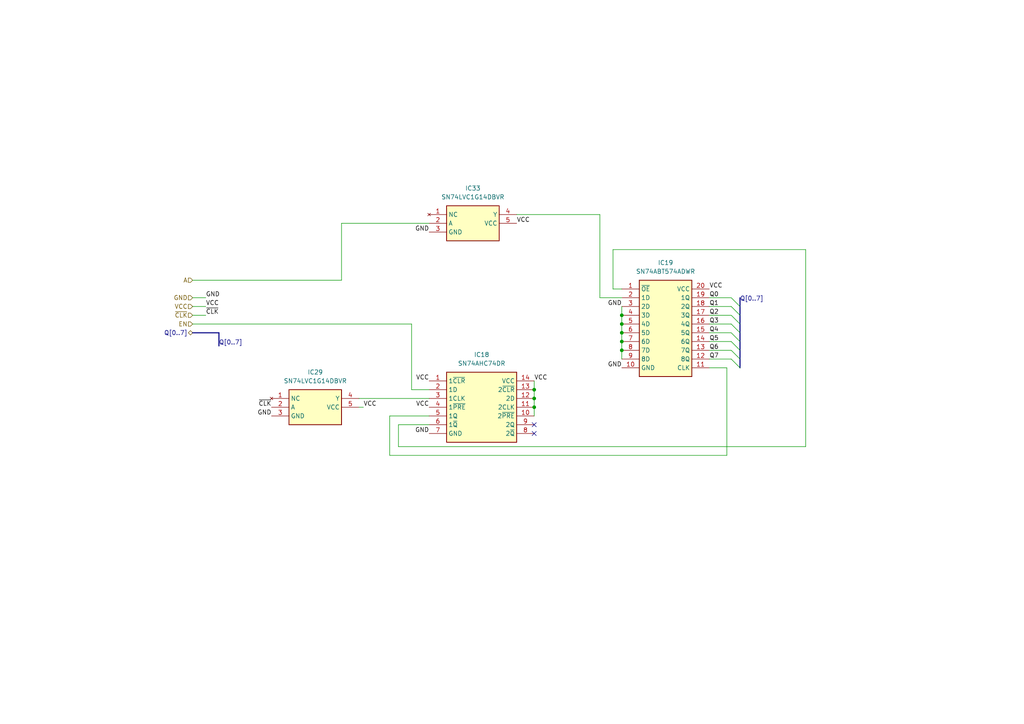
<source format=kicad_sch>
(kicad_sch (version 20250114) (generator "eeschema") (generator_version "9.0")
  (paper "A4")
  (lib_symbols
    (symbol "Samacsys:SN74ABT574ADWR"
      (property "Reference" "IC" (at 21.59 7.62 0))
      (property "Value" "SN74ABT574ADWR" (at 21.59 5.08 0))
      (symbol "SN74ABT574ADWR_1_1"
        (rectangle (start 5.08 2.54) (end 20.32 -25.4) (stroke (width 0.254)) (fill (type background)))
        (pin passive line (at 0 0 0) (length 5.08) (name "~{OE}") (number "1"))
        (pin passive line (at 0 -2.54 0) (length 5.08) (name "1D") (number "2"))
        (pin passive line (at 0 -5.08 0) (length 5.08) (name "2D") (number "3"))
        (pin passive line (at 0 -7.62 0) (length 5.08) (name "3D") (number "4"))
        (pin passive line (at 0 -10.16 0) (length 5.08) (name "4D") (number "5"))
        (pin passive line (at 0 -12.7 0) (length 5.08) (name "5D") (number "6"))
        (pin passive line (at 0 -15.24 0) (length 5.08) (name "6D") (number "7"))
        (pin passive line (at 0 -17.78 0) (length 5.08) (name "7D") (number "8"))
        (pin passive line (at 0 -20.32 0) (length 5.08) (name "8D") (number "9"))
        (pin passive line (at 0 -22.86 0) (length 5.08) (name "GND") (number "10"))
        (pin passive line (at 25.4 0 180) (length 5.08) (name "VCC") (number "20"))
        (pin passive line (at 25.4 -2.54 180) (length 5.08) (name "1Q") (number "19"))
        (pin passive line (at 25.4 -5.08 180) (length 5.08) (name "2Q") (number "18"))
        (pin passive line (at 25.4 -7.62 180) (length 5.08) (name "3Q") (number "17"))
        (pin passive line (at 25.4 -10.16 180) (length 5.08) (name "4Q") (number "16"))
        (pin passive line (at 25.4 -12.7 180) (length 5.08) (name "5Q") (number "15"))
        (pin passive line (at 25.4 -15.24 180) (length 5.08) (name "6Q") (number "14"))
        (pin passive line (at 25.4 -17.78 180) (length 5.08) (name "7Q") (number "13"))
        (pin passive line (at 25.4 -20.32 180) (length 5.08) (name "8Q") (number "12"))
        (pin passive line (at 25.4 -22.86 180) (length 5.08) (name "CLK") (number "11"))
      )
    )
    (symbol "Samacsys:SN74AHC74DR"
      (property "Reference" "IC" (at 26.67 7.62 0))
      (property "Value" "SN74AHC74DR" (at 26.67 5.08 0))
      (symbol "SN74AHC74DR_1_1"
        (rectangle (start 5.08 2.54) (end 25.4 -17.78) (stroke (width 0.254)) (fill (type background)))
        (pin passive line (at 0 0 0) (length 5.08) (name "1~{CLR}") (number "1"))
        (pin passive line (at 0 -2.54 0) (length 5.08) (name "1D") (number "2"))
        (pin passive line (at 0 -5.08 0) (length 5.08) (name "1CLK") (number "3"))
        (pin passive line (at 0 -7.62 0) (length 5.08) (name "1~{PRE}") (number "4"))
        (pin passive line (at 0 -10.16 0) (length 5.08) (name "1Q") (number "5"))
        (pin passive line (at 0 -12.7 0) (length 5.08) (name "1~{Q}") (number "6"))
        (pin passive line (at 0 -15.24 0) (length 5.08) (name "GND") (number "7"))
        (pin passive line (at 30.48 0 180) (length 5.08) (name "VCC") (number "14"))
        (pin passive line (at 30.48 -2.54 180) (length 5.08) (name "2~{CLR}") (number "13"))
        (pin passive line (at 30.48 -5.08 180) (length 5.08) (name "2D") (number "12"))
        (pin passive line (at 30.48 -7.62 180) (length 5.08) (name "2CLK") (number "11"))
        (pin passive line (at 30.48 -10.16 180) (length 5.08) (name "2~{PRE}") (number "10"))
        (pin passive line (at 30.48 -12.7 180) (length 5.08) (name "2Q") (number "9"))
        (pin passive line (at 30.48 -15.24 180) (length 5.08) (name "2~{Q}") (number "8"))
      )
    )
    (symbol "Samacsys:SN74LVC1G14DBVR"
      (property "Reference" "IC" (at 21.59 7.62 0))
      (property "Value" "SN74LVC1G14DBVR" (at 21.59 5.08 0))
      (symbol "SN74LVC1G14DBVR_1_1"
        (rectangle (start 5.08 2.54) (end 20.32 -7.62) (stroke (width 0.254)) (fill (type background)))
        (pin no_connect line (at 0 0 0) (length 5.08) (name "NC") (number "1"))
        (pin passive line (at 0 -2.54 0) (length 5.08) (name "A") (number "2"))
        (pin passive line (at 0 -5.08 0) (length 5.08) (name "GND") (number "3"))
        (pin passive line (at 25.4 0 180) (length 5.08) (name "Y") (number "4"))
        (pin passive line (at 25.4 -2.54 180) (length 5.08) (name "VCC") (number "5"))
      )
    )
  )
  (junction (at 180.34 91.44))
  (junction (at 180.34 96.52))
  (junction (at 154.94 115.57))
  (junction (at 154.94 118.11))
  (junction (at 154.94 113.03))
  (junction (at 180.34 99.06))
  (junction (at 180.34 101.6))
  (junction (at 180.34 93.98))
  (no_connect (at 154.94 125.73))
  (no_connect (at 154.94 123.19))
  (bus_entry (at 212.09 101.6) (size 2.54 2.54))
  (bus_entry (at 212.09 96.52) (size 2.54 2.54))
  (bus_entry (at 214.63 88.9) (size -2.54 -2.54))
  (bus_entry (at 214.63 96.52) (size -2.54 -2.54))
  (bus_entry (at 212.09 104.14) (size 2.54 2.54))
  (bus_entry (at 212.09 99.06) (size 2.54 2.54))
  (bus_entry (at 214.63 91.44) (size -2.54 -2.54))
  (bus_entry (at 214.63 93.98) (size -2.54 -2.54))
  (wire (pts (xy 180.34 96.52) (xy 180.34 99.06)))
  (wire (pts (xy 180.34 93.98) (xy 180.34 96.52)))
  (wire (pts (xy 104.14 118.11) (xy 105.41 118.11)))
  (wire (pts (xy 177.8 72.39) (xy 177.8 83.82)))
  (wire (pts (xy 154.94 110.49) (xy 154.94 113.03)))
  (wire (pts (xy 99.06 81.28) (xy 99.06 64.77)))
  (wire (pts (xy 113.03 132.08) (xy 210.82 132.08)))
  (wire (pts (xy 205.74 96.52) (xy 212.09 96.52)))
  (wire (pts (xy 205.74 91.44) (xy 212.09 91.44)))
  (wire (pts (xy 177.8 83.82) (xy 180.34 83.82)))
  (wire (pts (xy 119.38 113.03) (xy 124.46 113.03)))
  (wire (pts (xy 124.46 120.65) (xy 113.03 120.65)))
  (wire (pts (xy 173.99 86.36) (xy 180.34 86.36)))
  (wire (pts (xy 233.68 72.39) (xy 177.8 72.39)))
  (wire (pts (xy 205.74 104.14) (xy 212.09 104.14)))
  (bus (pts (xy 214.63 101.6) (xy 214.63 104.14)))
  (wire (pts (xy 205.74 101.6) (xy 212.09 101.6)))
  (bus (pts (xy 214.63 99.06) (xy 214.63 101.6)))
  (wire (pts (xy 154.94 115.57) (xy 154.94 118.11)))
  (bus (pts (xy 214.63 86.36) (xy 214.63 88.9)))
  (wire (pts (xy 205.74 93.98) (xy 212.09 93.98)))
  (wire (pts (xy 180.34 91.44) (xy 180.34 93.98)))
  (wire (pts (xy 124.46 123.19) (xy 115.57 123.19)))
  (wire (pts (xy 59.69 86.36) (xy 55.88 86.36)))
  (wire (pts (xy 119.38 93.98) (xy 119.38 113.03)))
  (bus (pts (xy 214.63 91.44) (xy 214.63 93.98)))
  (wire (pts (xy 104.14 115.57) (xy 124.46 115.57)))
  (wire (pts (xy 59.69 91.44) (xy 55.88 91.44)))
  (wire (pts (xy 59.69 88.9) (xy 55.88 88.9)))
  (wire (pts (xy 210.82 132.08) (xy 210.82 106.68)))
  (wire (pts (xy 154.94 118.11) (xy 154.94 120.65)))
  (bus (pts (xy 214.63 104.14) (xy 214.63 106.68)))
  (bus (pts (xy 214.63 88.9) (xy 214.63 91.44)))
  (wire (pts (xy 205.74 99.06) (xy 212.09 99.06)))
  (wire (pts (xy 205.74 88.9) (xy 212.09 88.9)))
  (wire (pts (xy 205.74 86.36) (xy 212.09 86.36)))
  (wire (pts (xy 113.03 120.65) (xy 113.03 132.08)))
  (bus (pts (xy 63.5 96.52) (xy 63.5 100.33)))
  (wire (pts (xy 154.94 113.03) (xy 154.94 115.57)))
  (wire (pts (xy 55.88 81.28) (xy 99.06 81.28)))
  (wire (pts (xy 115.57 123.19) (xy 115.57 129.54)))
  (bus (pts (xy 55.88 96.52) (xy 63.5 96.52)))
  (wire (pts (xy 173.99 62.23) (xy 173.99 86.36)))
  (bus (pts (xy 214.63 93.98) (xy 214.63 96.52)))
  (bus (pts (xy 214.63 96.52) (xy 214.63 99.06)))
  (wire (pts (xy 180.34 88.9) (xy 180.34 91.44)))
  (wire (pts (xy 180.34 99.06) (xy 180.34 101.6)))
  (wire (pts (xy 55.88 93.98) (xy 119.38 93.98)))
  (wire (pts (xy 233.68 72.39) (xy 233.68 129.54)))
  (wire (pts (xy 149.86 62.23) (xy 173.99 62.23)))
  (wire (pts (xy 115.57 129.54) (xy 233.68 129.54)))
  (wire (pts (xy 210.82 106.68) (xy 205.74 106.68)))
  (wire (pts (xy 180.34 101.6) (xy 180.34 104.14)))
  (wire (pts (xy 99.06 64.77) (xy 124.46 64.77)))
  (label "GND" (at 180.34 106.68 180))
  (label "VCC" (at 205.74 83.82 0))
  (label "Q2" (at 205.74 91.44 0))
  (label "VCC" (at 59.69 88.9 0))
  (label "VCC" (at 124.46 118.11 180))
  (label "VCC" (at 105.41 118.11 0))
  (label "Q[0..7]" (at 214.63 87.63 0))
  (label "GND" (at 124.46 67.31 180))
  (label "Q0" (at 205.74 86.36 0))
  (label "GND" (at 124.46 125.73 180))
  (label "VCC" (at 124.46 110.49 180))
  (label "GND" (at 180.34 88.9 180))
  (label "VCC" (at 149.86 64.77 0))
  (label "Q6" (at 205.74 101.6 0))
  (label "Q7" (at 205.74 104.14 0))
  (label "Q[0..7]" (at 63.5 100.33 0))
  (label "GND" (at 78.74 120.65 180))
  (label "Q4" (at 205.74 96.52 0))
  (label "Q5" (at 205.74 99.06 0))
  (label "Q3" (at 205.74 93.98 0))
  (label "Q1" (at 205.74 88.9 0))
  (label "~{CLK}" (at 59.69 91.44 0))
  (label "~{CLK}" (at 78.74 118.11 180))
  (label "VCC" (at 154.94 110.49 0))
  (label "GND" (at 59.69 86.36 0))
  (hierarchical_label "VCC" (shape input) (at 55.88 88.9 180))
  (hierarchical_label "GND" (shape input) (at 55.88 86.36 180))
  (hierarchical_label "EN" (shape input) (at 55.88 93.98 180))
  (hierarchical_label "A" (shape input) (at 55.88 81.28 180))
  (hierarchical_label "Q[0..7]" (shape tri_state) (at 55.88 96.52 180))
  (hierarchical_label "~{CLK}" (shape input) (at 55.88 91.44 180))
  (symbol (lib_id "Samacsys:SN74AHC74DR") (at 124.46 110.49 0) (unit 1)
    (property "Reference" "IC18" (at 139.7 102.87 0))
    (property "Value" "SN74AHC74DR" (at 139.7 105.41 0))
    (property "Footprint" "Samacsys:SOIC127P600X175-14N" (effects (hide yes)))
    (property "Datasheet" "http://www.ti.com/lit/gpn/sn74ahc74" (effects (hide yes)))
    (property "Description" "Dual Positive-Edge-Triggered D-Type Flip-Flops With Clear and Preset" (effects (hide yes)))
    (property "Height" "1.75" (effects (hide yes)))
    (property "Mouser Part Number" "595-SN74AHC74DR" (effects (hide yes)))
    (property "Mouser Price/Stock" "https://www.mouser.co.uk/ProductDetail/Texas-Instruments/SN74AHC74DR?qs=st7IWvlL5%2FgP9OJq63EsFQ%3D%3D" (effects (hide yes)))
    (property "Manufacturer_Name" "Texas Instruments" (effects (hide yes)))
    (property "Manufacturer_Part_Number" "SN74AHC74DR" (effects (hide yes)))
  )
  (symbol (lib_id "Samacsys:SN74LVC1G14DBVR") (at 124.46 62.23 0) (unit 1)
    (property "Reference" "IC33" (at 137.16 54.61 0))
    (property "Value" "SN74LVC1G14DBVR" (at 137.16 57.15 0))
    (property "Footprint" "Samacsys:SOT95P280X145-5N" (effects (hide yes)))
    (property "Datasheet" "https://datasheet.datasheetarchive.com/originals/distributors/Datasheets-DGA13/1136296.pdf" (effects (hide yes)))
    (property "Description" "TEXAS INSTRUMENTS - SN74LVC1G14DBVR - IC, SCHMITT TRIGGER INVERTER, SMD" (effects (hide yes)))
    (property "Height" "1.45" (effects (hide yes)))
    (property "Mouser Part Number" "595-SN74LVC1G14DBVR" (effects (hide yes)))
    (property "Mouser Price/Stock" "https://www.mouser.co.uk/ProductDetail/Texas-Instruments/SN74LVC1G14DBVR?qs=dT9u2OTAaVWRIgCrQFnxuQ%3D%3D" (effects (hide yes)))
    (property "Manufacturer_Name" "Texas Instruments" (effects (hide yes)))
    (property "Manufacturer_Part_Number" "SN74LVC1G14DBVR" (effects (hide yes)))
  )
  (symbol (lib_id "Samacsys:SN74ABT574ADWR") (at 180.34 83.82 0) (unit 1)
    (property "Reference" "IC19" (at 193.04 76.2 0))
    (property "Value" "SN74ABT574ADWR" (at 193.04 78.74 0))
    (property "Footprint" "Samacsys:SOIC127P1030X265-20N" (effects (hide yes)))
    (property "Datasheet" "http://www.ti.com/lit/gpn/sn74abt574a" (effects (hide yes)))
    (property "Description" "Texas Instruments SN74ABT574ADWR, D Type Bus Interface Flip Flop, 3-State, 4.5  5.5 V, 20-Pin SOIC" (effects (hide yes)))
    (property "Height" "2.65" (effects (hide yes)))
    (property "Mouser Part Number" "595-SN74ABT574ADWR" (effects (hide yes)))
    (property "Mouser Price/Stock" "https://www.mouser.co.uk/ProductDetail/Texas-Instruments/SN74ABT574ADWR?qs=nMmhAzRCgdCWNOUsuPi1DA%3D%3D" (effects (hide yes)))
    (property "Manufacturer_Name" "Texas Instruments" (effects (hide yes)))
    (property "Manufacturer_Part_Number" "SN74ABT574ADWR" (effects (hide yes)))
  )
  (symbol (lib_id "Samacsys:SN74LVC1G14DBVR") (at 78.74 115.57 0) (unit 1)
    (property "Reference" "IC29" (at 91.44 107.95 0))
    (property "Value" "SN74LVC1G14DBVR" (at 91.44 110.49 0))
    (property "Footprint" "Samacsys:SOT95P280X145-5N" (effects (hide yes)))
    (property "Datasheet" "https://datasheet.datasheetarchive.com/originals/distributors/Datasheets-DGA13/1136296.pdf" (effects (hide yes)))
    (property "Description" "TEXAS INSTRUMENTS - SN74LVC1G14DBVR - IC, SCHMITT TRIGGER INVERTER, SMD" (effects (hide yes)))
    (property "Height" "1.45" (effects (hide yes)))
    (property "Mouser Part Number" "595-SN74LVC1G14DBVR" (effects (hide yes)))
    (property "Mouser Price/Stock" "https://www.mouser.co.uk/ProductDetail/Texas-Instruments/SN74LVC1G14DBVR?qs=dT9u2OTAaVWRIgCrQFnxuQ%3D%3D" (effects (hide yes)))
    (property "Manufacturer_Name" "Texas Instruments" (effects (hide yes)))
    (property "Manufacturer_Part_Number" "SN74LVC1G14DBVR" (effects (hide yes)))
  )
)
</source>
